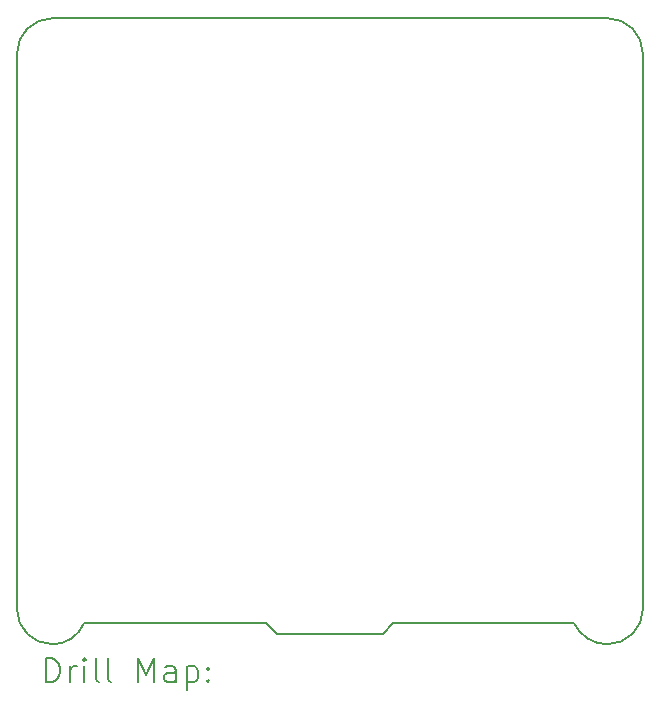
<source format=gbr>
%FSLAX45Y45*%
G04 Gerber Fmt 4.5, Leading zero omitted, Abs format (unit mm)*
G04 Created by KiCad (PCBNEW (6.0.0)) date 2022-04-01 15:34:30*
%MOMM*%
%LPD*%
G01*
G04 APERTURE LIST*
%TA.AperFunction,Profile*%
%ADD10C,0.200000*%
%TD*%
%ADD11C,0.200000*%
G04 APERTURE END LIST*
D10*
X15597500Y-11972500D02*
X14067500Y-11972500D01*
X11180000Y-6850000D02*
G75*
G03*
X10880000Y-7150000I0J-300000D01*
G01*
X13080000Y-12060000D02*
X13980000Y-12060000D01*
X16180000Y-11850000D02*
X16180000Y-7150000D01*
X10880000Y-7150000D02*
X10880000Y-11850000D01*
X15597500Y-11972500D02*
G75*
G03*
X15880000Y-12150000I282494J136047D01*
G01*
X10880000Y-11850000D02*
G75*
G03*
X11180000Y-12150000I300000J0D01*
G01*
X12992500Y-11972500D02*
X13080000Y-12060000D01*
X11180000Y-6850000D02*
X15880000Y-6850000D01*
X11180000Y-12150000D02*
G75*
G03*
X11447500Y-11972500I2699J286250D01*
G01*
X12992500Y-11972500D02*
X11447500Y-11972500D01*
X16180000Y-7150000D02*
G75*
G03*
X15880000Y-6850000I-300000J0D01*
G01*
X14067500Y-11972500D02*
X13980000Y-12060000D01*
X15880000Y-12150000D02*
G75*
G03*
X16180000Y-11850000I0J300000D01*
G01*
D11*
X11127619Y-12470489D02*
X11127619Y-12270489D01*
X11175238Y-12270489D01*
X11203809Y-12280013D01*
X11222857Y-12299060D01*
X11232381Y-12318108D01*
X11241904Y-12356203D01*
X11241904Y-12384775D01*
X11232381Y-12422870D01*
X11222857Y-12441917D01*
X11203809Y-12460965D01*
X11175238Y-12470489D01*
X11127619Y-12470489D01*
X11327619Y-12470489D02*
X11327619Y-12337155D01*
X11327619Y-12375251D02*
X11337143Y-12356203D01*
X11346666Y-12346679D01*
X11365714Y-12337155D01*
X11384762Y-12337155D01*
X11451428Y-12470489D02*
X11451428Y-12337155D01*
X11451428Y-12270489D02*
X11441904Y-12280013D01*
X11451428Y-12289536D01*
X11460952Y-12280013D01*
X11451428Y-12270489D01*
X11451428Y-12289536D01*
X11575238Y-12470489D02*
X11556190Y-12460965D01*
X11546666Y-12441917D01*
X11546666Y-12270489D01*
X11680000Y-12470489D02*
X11660952Y-12460965D01*
X11651428Y-12441917D01*
X11651428Y-12270489D01*
X11908571Y-12470489D02*
X11908571Y-12270489D01*
X11975238Y-12413346D01*
X12041904Y-12270489D01*
X12041904Y-12470489D01*
X12222857Y-12470489D02*
X12222857Y-12365727D01*
X12213333Y-12346679D01*
X12194285Y-12337155D01*
X12156190Y-12337155D01*
X12137143Y-12346679D01*
X12222857Y-12460965D02*
X12203809Y-12470489D01*
X12156190Y-12470489D01*
X12137143Y-12460965D01*
X12127619Y-12441917D01*
X12127619Y-12422870D01*
X12137143Y-12403822D01*
X12156190Y-12394298D01*
X12203809Y-12394298D01*
X12222857Y-12384775D01*
X12318095Y-12337155D02*
X12318095Y-12537155D01*
X12318095Y-12346679D02*
X12337143Y-12337155D01*
X12375238Y-12337155D01*
X12394285Y-12346679D01*
X12403809Y-12356203D01*
X12413333Y-12375251D01*
X12413333Y-12432394D01*
X12403809Y-12451441D01*
X12394285Y-12460965D01*
X12375238Y-12470489D01*
X12337143Y-12470489D01*
X12318095Y-12460965D01*
X12499047Y-12451441D02*
X12508571Y-12460965D01*
X12499047Y-12470489D01*
X12489524Y-12460965D01*
X12499047Y-12451441D01*
X12499047Y-12470489D01*
X12499047Y-12346679D02*
X12508571Y-12356203D01*
X12499047Y-12365727D01*
X12489524Y-12356203D01*
X12499047Y-12346679D01*
X12499047Y-12365727D01*
M02*

</source>
